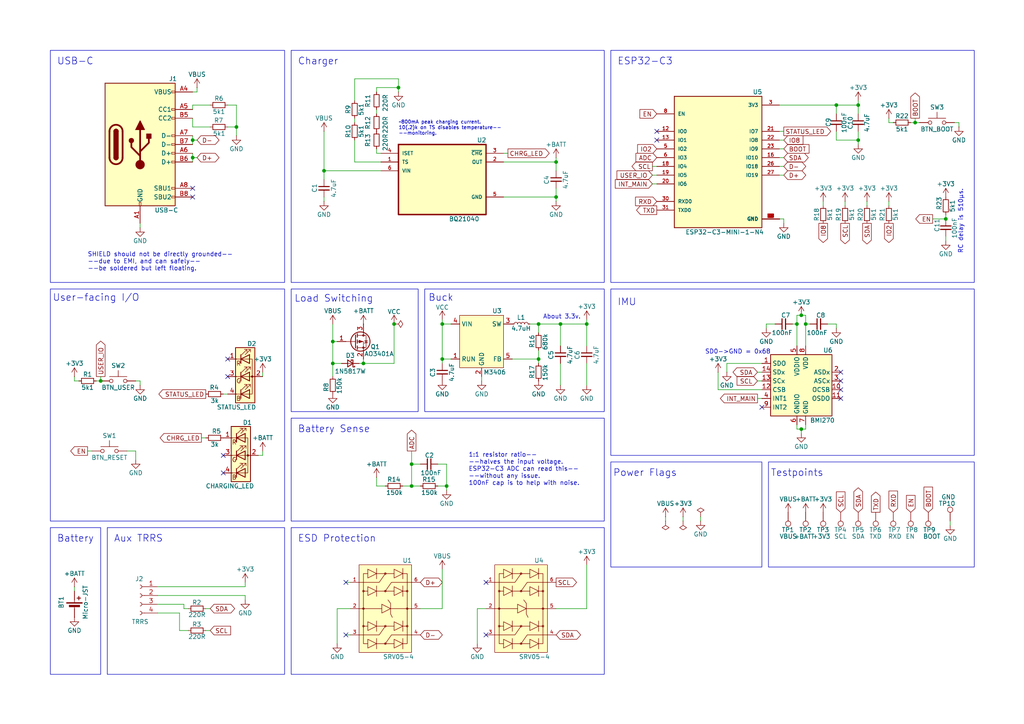
<source format=kicad_sch>
(kicad_sch (version 20231120) (generator "eeschema") (generator_version "8.0")
  (paper "A4")
  (title_block (title "Lilypad") (date "2024-01-23") (rev "V5 R2") (company "Made by Meia of KOUNOLAB for LilypadVR"))
  (junction (at 55.88 40.64))
  (junction (at 29.21 110.49))
  (junction (at 105.41 105.41))
  (junction (at 55.88 45.72))
  (junction (at 115.57 25.4))
  (junction (at 248.92 30.48))
  (junction (at 265.43 35.56))
  (junction (at 93.98 49.53))
  (junction (at 231.14 93.98))
  (junction (at 162.56 93.98))
  (junction (at 114.3 93.98))
  (junction (at 248.92 40.64))
  (junction (at 232.41 124.46))
  (junction (at 119.38 140.97))
  (junction (at 128.27 104.14))
  (junction (at 128.27 93.98))
  (junction (at 170.18 93.98))
  (junction (at 232.41 91.44))
  (junction (at 242.57 30.48))
  (junction (at 161.29 46.99))
  (junction (at 96.52 105.41))
  (junction (at 233.68 93.98))
  (junction (at 129.54 140.97))
  (junction (at 156.21 93.98))
  (junction (at 161.29 57.15))
  (junction (at 156.21 104.14))
  (junction (at 119.38 134.62))
  (junction (at 68.58 36.83))
  (junction (at 274.32 63.5))
  (junction (at 96.52 99.06))
  (no_connect (at 100.33 184.15))
  (no_connect (at 140.97 184.15))
  (no_connect (at 243.84 107.95))
  (no_connect (at 190.5 38.1))
  (no_connect (at 243.84 110.49))
  (no_connect (at 64.77 137.16))
  (no_connect (at 243.84 115.57))
  (no_connect (at 243.84 113.03))
  (no_connect (at 100.33 168.91))
  (no_connect (at 140.97 168.91))
  (no_connect (at 55.88 57.15))
  (no_connect (at 55.88 54.61))
  (no_connect (at 64.77 132.08))
  (no_connect (at 220.98 118.11))
  (no_connect (at 66.04 109.22))
  (no_connect (at 190.5 40.64))
  (no_connect (at 66.04 104.14))
  (wire (pts (xy 128.27 92.71) (xy 128.27 93.98)))
  (wire (pts (xy 275.59 151.13) (xy 275.59 152.4)))
  (wire (pts (xy 161.29 58.42) (xy 161.29 57.15)))
  (wire (pts (xy 231.14 124.46) (xy 232.41 124.46)))
  (wire (pts (xy 129.54 142.24) (xy 129.54 140.97)))
  (wire (pts (xy 242.57 30.48) (xy 248.92 30.48)))
  (wire (pts (xy 232.41 124.46) (xy 233.68 124.46)))
  (wire (pts (xy 232.41 124.46) (xy 232.41 125.73)))
  (wire (pts (xy 231.14 124.46) (xy 231.14 123.19)))
  (wire (pts (xy 119.38 140.97) (xy 116.84 140.97)))
  (wire (pts (xy 238.76 59.69) (xy 238.76 58.42)))
  (wire (pts (xy 71.12 170.18) (xy 71.12 168.91)))
  (wire (pts (xy 40.64 66.04) (xy 40.64 64.77)))
  (wire (pts (xy 115.57 25.4) (xy 115.57 26.67)))
  (wire (pts (xy 226.06 45.72) (xy 227.33 45.72)))
  (wire (pts (xy 71.12 172.72) (xy 71.12 173.99)))
  (wire (pts (xy 66.04 30.48) (xy 68.58 30.48)))
  (wire (pts (xy 55.88 30.48) (xy 55.88 31.75)))
  (wire (pts (xy 55.88 44.45) (xy 55.88 45.72)))
  (wire (pts (xy 274.32 62.23) (xy 274.32 63.5)))
  (wire (pts (xy 276.86 35.56) (xy 278.13 35.56)))
  (wire (pts (xy 248.92 29.21) (xy 248.92 30.48)))
  (wire (pts (xy 128.27 176.53) (xy 121.92 176.53)))
  (wire (pts (xy 245.11 59.69) (xy 245.11 58.42)))
  (wire (pts (xy 231.14 93.98) (xy 231.14 100.33)))
  (wire (pts (xy 109.22 25.4) (xy 115.57 25.4)))
  (wire (pts (xy 55.88 40.64) (xy 57.15 40.64)))
  (wire (pts (xy 39.37 110.49) (xy 40.64 110.49)))
  (wire (pts (xy 156.21 96.52) (xy 156.21 93.98)))
  (wire (pts (xy 220.98 105.41) (xy 210.82 105.41)))
  (wire (pts (xy 146.05 44.45) (xy 147.32 44.45)))
  (wire (pts (xy 233.68 93.98) (xy 234.95 93.98)))
  (wire (pts (xy 36.83 130.81) (xy 39.37 130.81)))
  (wire (pts (xy 226.06 63.5) (xy 227.33 63.5)))
  (wire (pts (xy 64.77 114.3) (xy 66.04 114.3)))
  (wire (pts (xy 115.57 22.86) (xy 115.57 25.4)))
  (wire (pts (xy 96.52 99.06) (xy 96.52 93.98)))
  (wire (pts (xy 226.06 43.18) (xy 227.33 43.18)))
  (wire (pts (xy 39.37 130.81) (xy 39.37 133.35)))
  (wire (pts (xy 278.13 35.56) (xy 278.13 36.83)))
  (wire (pts (xy 59.69 176.53) (xy 60.96 176.53)))
  (wire (pts (xy 59.69 182.88) (xy 60.96 182.88)))
  (wire (pts (xy 129.54 134.62) (xy 129.54 140.97)))
  (wire (pts (xy 109.22 140.97) (xy 111.76 140.97)))
  (wire (pts (xy 109.22 44.45) (xy 109.22 43.18)))
  (wire (pts (xy 139.7 109.22) (xy 139.7 110.49)))
  (wire (pts (xy 114.3 93.98) (xy 114.3 105.41)))
  (wire (pts (xy 52.07 182.88) (xy 54.61 182.88)))
  (wire (pts (xy 233.68 91.44) (xy 233.68 93.98)))
  (wire (pts (xy 233.68 124.46) (xy 233.68 123.19)))
  (wire (pts (xy 224.79 93.98) (xy 222.25 93.98)))
  (wire (pts (xy 52.07 177.8) (xy 52.07 182.88)))
  (wire (pts (xy 231.14 93.98) (xy 231.14 91.44)))
  (wire (pts (xy 226.06 50.8) (xy 227.33 50.8)))
  (wire (pts (xy 93.98 49.53) (xy 110.49 49.53)))
  (wire (pts (xy 161.29 176.53) (xy 170.18 176.53)))
  (wire (pts (xy 208.28 107.95) (xy 208.28 113.03)))
  (wire (pts (xy 156.21 104.14) (xy 156.21 101.6)))
  (wire (pts (xy 189.23 50.8) (xy 190.5 50.8)))
  (wire (pts (xy 109.22 31.75) (xy 109.22 33.02)))
  (wire (pts (xy 231.14 91.44) (xy 232.41 91.44)))
  (wire (pts (xy 248.92 38.1) (xy 248.92 40.64)))
  (wire (pts (xy 189.23 53.34) (xy 190.5 53.34)))
  (wire (pts (xy 242.57 33.02) (xy 242.57 30.48)))
  (wire (pts (xy 148.59 104.14) (xy 156.21 104.14)))
  (wire (pts (xy 233.68 93.98) (xy 233.68 100.33)))
  (wire (pts (xy 248.92 33.02) (xy 248.92 30.48)))
  (wire (pts (xy 138.43 186.69) (xy 138.43 176.53)))
  (wire (pts (xy 104.14 105.41) (xy 105.41 105.41)))
  (wire (pts (xy 57.15 26.67) (xy 55.88 26.67)))
  (wire (pts (xy 102.87 34.29) (xy 102.87 35.56)))
  (wire (pts (xy 146.05 57.15) (xy 161.29 57.15)))
  (wire (pts (xy 128.27 165.1) (xy 128.27 176.53)))
  (wire (pts (xy 242.57 40.64) (xy 248.92 40.64)))
  (wire (pts (xy 219.71 110.49) (xy 220.98 110.49)))
  (wire (pts (xy 270.51 63.5) (xy 274.32 63.5)))
  (wire (pts (xy 189.23 48.26) (xy 190.5 48.26)))
  (wire (pts (xy 102.87 46.99) (xy 102.87 40.64)))
  (wire (pts (xy 96.52 105.41) (xy 99.06 105.41)))
  (wire (pts (xy 110.49 44.45) (xy 109.22 44.45)))
  (wire (pts (xy 226.06 30.48) (xy 242.57 30.48)))
  (wire (pts (xy 193.04 149.86) (xy 193.04 151.13)))
  (wire (pts (xy 128.27 93.98) (xy 130.81 93.98)))
  (wire (pts (xy 219.71 115.57) (xy 220.98 115.57)))
  (wire (pts (xy 40.64 110.49) (xy 40.64 111.76)))
  (wire (pts (xy 161.29 45.72) (xy 161.29 46.99)))
  (wire (pts (xy 27.94 110.49) (xy 29.21 110.49)))
  (wire (pts (xy 162.56 93.98) (xy 162.56 100.33)))
  (wire (pts (xy 105.41 105.41) (xy 114.3 105.41)))
  (wire (pts (xy 266.7 35.56) (xy 265.43 35.56)))
  (wire (pts (xy 55.88 40.64) (xy 55.88 39.37)))
  (wire (pts (xy 45.72 177.8) (xy 52.07 177.8)))
  (wire (pts (xy 55.88 36.83) (xy 55.88 34.29)))
  (wire (pts (xy 58.42 127) (xy 59.69 127)))
  (wire (pts (xy 76.2 130.81) (xy 76.2 132.08)))
  (wire (pts (xy 170.18 93.98) (xy 170.18 100.33)))
  (wire (pts (xy 68.58 36.83) (xy 66.04 36.83)))
  (wire (pts (xy 162.56 93.98) (xy 170.18 93.98)))
  (wire (pts (xy 265.43 34.29) (xy 265.43 35.56)))
  (wire (pts (xy 68.58 30.48) (xy 68.58 36.83)))
  (wire (pts (xy 93.98 49.53) (xy 93.98 52.07)))
  (wire (pts (xy 93.98 38.1) (xy 93.98 49.53)))
  (wire (pts (xy 55.88 30.48) (xy 60.96 30.48)))
  (wire (pts (xy 100.33 168.91) (xy 101.6 168.91)))
  (wire (pts (xy 119.38 134.62) (xy 119.38 140.97)))
  (wire (pts (xy 45.72 170.18) (xy 71.12 170.18)))
  (wire (pts (xy 251.46 59.69) (xy 251.46 58.42)))
  (wire (pts (xy 25.4 130.81) (xy 26.67 130.81)))
  (wire (pts (xy 96.52 99.06) (xy 96.52 105.41)))
  (wire (pts (xy 21.59 109.22) (xy 21.59 110.49)))
  (wire (pts (xy 110.49 46.99) (xy 102.87 46.99)))
  (wire (pts (xy 128.27 104.14) (xy 130.81 104.14)))
  (wire (pts (xy 68.58 39.37) (xy 68.58 36.83)))
  (wire (pts (xy 97.79 186.69) (xy 97.79 176.53)))
  (wire (pts (xy 109.22 25.4) (xy 109.22 26.67)))
  (wire (pts (xy 60.96 36.83) (xy 55.88 36.83)))
  (wire (pts (xy 109.22 138.43) (xy 109.22 140.97)))
  (wire (pts (xy 226.06 40.64) (xy 227.33 40.64)))
  (wire (pts (xy 257.81 35.56) (xy 259.08 35.56)))
  (wire (pts (xy 74.93 132.08) (xy 76.2 132.08)))
  (wire (pts (xy 21.59 170.18) (xy 21.59 171.45)))
  (wire (pts (xy 170.18 163.83) (xy 170.18 176.53)))
  (wire (pts (xy 156.21 104.14) (xy 156.21 105.41)))
  (wire (pts (xy 161.29 46.99) (xy 161.29 49.53)))
  (wire (pts (xy 198.12 149.86) (xy 198.12 151.13)))
  (wire (pts (xy 93.98 57.15) (xy 93.98 58.42)))
  (wire (pts (xy 53.34 175.26) (xy 53.34 176.53)))
  (wire (pts (xy 170.18 92.71) (xy 170.18 93.98)))
  (wire (pts (xy 55.88 41.91) (xy 55.88 40.64)))
  (wire (pts (xy 146.05 46.99) (xy 161.29 46.99)))
  (wire (pts (xy 232.41 91.44) (xy 233.68 91.44)))
  (wire (pts (xy 105.41 105.41) (xy 105.41 104.14)))
  (wire (pts (xy 203.2 149.86) (xy 203.2 151.13)))
  (wire (pts (xy 220.98 113.03) (xy 208.28 113.03)))
  (wire (pts (xy 264.16 35.56) (xy 265.43 35.56)))
  (wire (pts (xy 102.87 22.86) (xy 115.57 22.86)))
  (wire (pts (xy 153.67 93.98) (xy 156.21 93.98)))
  (wire (pts (xy 222.25 93.98) (xy 222.25 95.25)))
  (wire (pts (xy 53.34 176.53) (xy 54.61 176.53)))
  (wire (pts (xy 100.33 184.15) (xy 101.6 184.15)))
  (wire (pts (xy 21.59 110.49) (xy 22.86 110.49)))
  (wire (pts (xy 226.06 48.26) (xy 227.33 48.26)))
  (wire (pts (xy 57.15 25.4) (xy 57.15 26.67)))
  (wire (pts (xy 240.03 93.98) (xy 242.57 93.98)))
  (wire (pts (xy 229.87 93.98) (xy 231.14 93.98)))
  (wire (pts (xy 102.87 22.86) (xy 102.87 29.21)))
  (wire (pts (xy 127 134.62) (xy 129.54 134.62)))
  (wire (pts (xy 248.92 40.64) (xy 248.92 41.91)))
  (wire (pts (xy 119.38 140.97) (xy 121.92 140.97)))
  (wire (pts (xy 128.27 93.98) (xy 128.27 104.14)))
  (wire (pts (xy 45.72 172.72) (xy 71.12 172.72)))
  (wire (pts (xy 45.72 175.26) (xy 53.34 175.26)))
  (wire (pts (xy 97.79 176.53) (xy 101.6 176.53)))
  (wire (pts (xy 76.2 107.95) (xy 76.2 109.22)))
  (wire (pts (xy 257.81 34.29) (xy 257.81 35.56)))
  (wire (pts (xy 128.27 105.41) (xy 128.27 104.14)))
  (wire (pts (xy 219.71 107.95) (xy 220.98 107.95)))
  (wire (pts (xy 257.81 59.69) (xy 257.81 58.42)))
  (wire (pts (xy 55.88 45.72) (xy 55.88 46.99)))
  (wire (pts (xy 170.18 105.41) (xy 170.18 111.76)))
  (wire (pts (xy 119.38 130.81) (xy 119.38 134.62)))
  (wire (pts (xy 156.21 93.98) (xy 162.56 93.98)))
  (wire (pts (xy 242.57 40.64) (xy 242.57 38.1)))
  (wire (pts (xy 242.57 93.98) (xy 242.57 95.25)))
  (wire (pts (xy 162.56 105.41) (xy 162.56 111.76)))
  (wire (pts (xy 274.32 68.58) (xy 274.32 69.85)))
  (wire (pts (xy 138.43 176.53) (xy 140.97 176.53)))
  (wire (pts (xy 97.79 99.06) (xy 96.52 99.06)))
  (wire (pts (xy 29.21 109.22) (xy 29.21 110.49)))
  (wire (pts (xy 119.38 134.62) (xy 121.92 134.62)))
  (wire (pts (xy 127 140.97) (xy 129.54 140.97)))
  (wire (pts (xy 161.29 57.15) (xy 161.29 54.61)))
  (wire (pts (xy 226.06 38.1) (xy 227.33 38.1)))
  (wire (pts (xy 227.33 63.5) (xy 227.33 64.77)))
  (wire (pts (xy 55.88 45.72) (xy 57.15 45.72)))
  (wire (pts (xy 96.52 105.41) (xy 96.52 109.22)))
  (wire (pts (xy 210.82 105.41) (xy 210.82 107.95)))
  (rectangle (start 84.455 14.605) (end 175.26 81.915))
  (rectangle (start 14.605 14.605) (end 82.55 81.915))
  (rectangle (start 84.455 83.82) (end 121.285 119.38))
  (rectangle (start 177.165 83.82) (end 282.575 132.08))
  (rectangle (start 84.455 121.285) (end 175.26 151.13))
  (rectangle (start 123.19 83.82) (end 175.26 119.38))
  (rectangle (start 177.165 133.985) (end 220.98 164.465))
  (rectangle (start 14.605 153.035) (end 29.21 195.58))
  (rectangle (start 84.455 153.035) (end 175.26 195.58))
  (rectangle (start 177.165 14.605) (end 282.575 81.915))
  (rectangle (start 14.605 83.82) (end 82.55 151.13))
  (rectangle (start 222.885 133.985) (end 282.575 164.465))
  (rectangle (start 31.115 153.035) (end 82.55 195.58))
  (text "USB-C" (at 16.51 19.05 0) (effects (font (size 2 2)) (justify left bottom)))
  (text "User-facing I/O" (at 15.24 87.63 0) (effects (font (size 2 2)) (justify left bottom)))
  (text "Testpoints\n" (at 223.52 138.43 0) (effects (font (size 2 2)) (justify left bottom)))
  (text "RC delay is 510µs." (at 279.4 73.66 90) (effects (font (size 1.27 1.27)) (justify left bottom)))
  (text "1:1 resistor ratio--\n--halves the input voltage.\nESP32-C3 ADC can read this--\n--without any issue.\n100nF cap is to help with noise." (at 135.89 140.97 0) (effects (font (size 1.27 1.27)) (justify left bottom)))
  (text "Battery Sense" (at 86.36 125.73 0) (effects (font (size 2 2)) (justify left bottom)))
  (text "About 3.3v." (at 157.48 92.71 0) (effects (font (size 1.27 1.27)) (justify left bottom)))
  (text "Power Flags" (at 177.8 138.43 0) (effects (font (size 2 2)) (justify left bottom)))
  (text "ESD Protection" (at 86.36 157.48 0) (effects (font (size 2 2)) (justify left bottom)))
  (text "Load Switching" (at 85.344 87.884 0) (effects (font (size 2 2)) (justify left bottom)))
  (text "~800mA peak charging current.\n10(.2)k on TS disables temperature--\n--monitoring." (at 115.57 39.37 0) (effects (font (size 1 1)) (justify left bottom)))
  (text "SD0->GND = 0x68" (at 204.47 102.87 0) (effects (font (size 1.27 1.27)) (justify left bottom)))
  (text "SHIELD should not be directly grounded--\n--due to EMI, and can safely--\n--be soldered but left floating." (at 25.4 78.74 0) (effects (font (size 1.27 1.27)) (justify left bottom)))
  (text "Battery" (at 16.51 157.48 0) (effects (font (size 2 2)) (justify left bottom)))
  (text "ESP32-C3" (at 179.07 19.05 0) (effects (font (size 2 2)) (justify left bottom)))
  (text "Charger" (at 86.36 19.05 0) (effects (font (size 2 2)) (justify left bottom)))
  (text "Aux TRRS" (at 33.02 157.48 0) (effects (font (size 2 2)) (justify left bottom)))
  (text "IMU" (at 179.07 88.9 0) (effects (font (size 2 2)) (justify left bottom)))
  (text "Buck" (at 124.206 87.63 0) (effects (font (size 2 2)) (justify left bottom)))
  (global_label "SDA" (shape output) (at 251.46 64.77 270) (property "Intersheetrefs" "${INTERSHEET_REFS}" (effects (hide yes))))
  (global_label "INT_MAIN" (shape output) (at 219.71 115.57 180) (property "Intersheetrefs" "${INTERSHEET_REFS}" (effects (hide yes))))
  (global_label "D+" (shape bidirectional) (at 227.33 50.8 0) (property "Intersheetrefs" "${INTERSHEET_REFS}" (effects (hide yes))))
  (global_label "RXD" (shape input) (at 190.5 58.42 180) (property "Intersheetrefs" "${INTERSHEET_REFS}" (effects (hide yes))))
  (global_label "SDA" (shape bidirectional) (at 60.96 176.53 0) (property "Intersheetrefs" "${INTERSHEET_REFS}" (effects (hide yes))))
  (global_label "USER_IO" (shape input) (at 189.23 50.8 180) (property "Intersheetrefs" "${INTERSHEET_REFS}" (effects (hide yes))))
  (global_label "SDA" (shape bidirectional) (at 227.33 45.72 0) (property "Intersheetrefs" "${INTERSHEET_REFS}" (effects (hide yes))))
  (global_label "ADC" (shape output) (at 119.38 130.81 90) (property "Intersheetrefs" "${INTERSHEET_REFS}" (effects (hide yes))))
  (global_label "CHRG_LED" (shape output) (at 58.42 127 180) (property "Intersheetrefs" "${INTERSHEET_REFS}" (effects (hide yes))))
  (global_label "EN" (shape output) (at 270.51 63.5 180) (property "Intersheetrefs" "${INTERSHEET_REFS}" (effects (hide yes))))
  (global_label "SDA" (shape bidirectional) (at 248.92 148.59 90) (property "Intersheetrefs" "${INTERSHEET_REFS}" (effects (hide yes))))
  (global_label "EN" (shape input) (at 264.16 148.59 90) (property "Intersheetrefs" "${INTERSHEET_REFS}" (effects (hide yes))))
  (global_label "IO8" (shape input) (at 227.33 40.64 0) (property "Intersheetrefs" "${INTERSHEET_REFS}" (effects (hide yes))))
  (global_label "BOOT" (shape input) (at 269.24 148.59 90) (property "Intersheetrefs" "${INTERSHEET_REFS}" (effects (hide yes))))
  (global_label "EN" (shape input) (at 190.5 33.02 180) (property "Intersheetrefs" "${INTERSHEET_REFS}" (effects (hide yes))))
  (global_label "TXD" (shape output) (at 254 148.59 90) (property "Intersheetrefs" "${INTERSHEET_REFS}" (effects (hide yes))))
  (global_label "SCL" (shape input) (at 243.84 148.59 90) (property "Intersheetrefs" "${INTERSHEET_REFS}" (effects (hide yes))))
  (global_label "D-" (shape bidirectional) (at 57.15 40.64 0) (property "Intersheetrefs" "${INTERSHEET_REFS}" (effects (hide yes))))
  (global_label "TXD" (shape output) (at 190.5 60.96 180) (property "Intersheetrefs" "${INTERSHEET_REFS}" (effects (hide yes))))
  (global_label "STATUS_LED" (shape output) (at 59.69 114.3 180) (property "Intersheetrefs" "${INTERSHEET_REFS}" (effects (hide yes))))
  (global_label "BOOT" (shape input) (at 227.33 43.18 0) (property "Intersheetrefs" "${INTERSHEET_REFS}" (effects (hide yes))))
  (global_label "CHRG_LED" (shape output) (at 147.32 44.45 0) (property "Intersheetrefs" "${INTERSHEET_REFS}" (effects (hide yes))))
  (global_label "SCL" (shape output) (at 245.11 64.77 270) (property "Intersheetrefs" "${INTERSHEET_REFS}" (effects (hide yes))))
  (global_label "D+" (shape bidirectional) (at 57.15 45.72 0) (property "Intersheetrefs" "${INTERSHEET_REFS}" (effects (hide yes))))
  (global_label "D-" (shape bidirectional) (at 121.92 184.15 0) (property "Intersheetrefs" "${INTERSHEET_REFS}" (effects (hide yes))))
  (global_label "EN" (shape output) (at 25.4 130.81 180) (property "Intersheetrefs" "${INTERSHEET_REFS}" (effects (hide yes))))
  (global_label "SCL" (shape output) (at 161.29 168.91 0) (property "Intersheetrefs" "${INTERSHEET_REFS}" (effects (hide yes))))
  (global_label "INT_MAIN" (shape input) (at 189.23 53.34 180) (property "Intersheetrefs" "${INTERSHEET_REFS}" (effects (hide yes))))
  (global_label "SDA" (shape bidirectional) (at 161.29 184.15 0) (property "Intersheetrefs" "${INTERSHEET_REFS}" (effects (hide yes))))
  (global_label "IO8" (shape output) (at 238.76 64.77 270) (property "Intersheetrefs" "${INTERSHEET_REFS}" (effects (hide yes))))
  (global_label "ADC" (shape input) (at 190.5 45.72 180) (property "Intersheetrefs" "${INTERSHEET_REFS}" (effects (hide yes))))
  (global_label "IO2" (shape output) (at 257.81 64.77 270) (property "Intersheetrefs" "${INTERSHEET_REFS}" (effects (hide yes))))
  (global_label "SDA" (shape bidirectional) (at 219.71 107.95 180) (property "Intersheetrefs" "${INTERSHEET_REFS}" (effects (hide yes))))
  (global_label "SCL" (shape input) (at 60.96 182.88 0) (property "Intersheetrefs" "${INTERSHEET_REFS}" (effects (hide yes))))
  (global_label "D-" (shape bidirectional) (at 227.33 48.26 0) (property "Intersheetrefs" "${INTERSHEET_REFS}" (effects (hide yes))))
  (global_label "STATUS_LED" (shape output) (at 227.33 38.1 0) (property "Intersheetrefs" "${INTERSHEET_REFS}" (effects (hide yes))))
  (global_label "SCL" (shape output) (at 189.23 48.26 180) (property "Intersheetrefs" "${INTERSHEET_REFS}" (effects (hide yes))))
  (global_label "IO2" (shape input) (at 190.5 43.18 180) (property "Intersheetrefs" "${INTERSHEET_REFS}" (effects (hide yes))))
  (global_label "USER_IO" (shape output) (at 29.21 109.22 90) (property "Intersheetrefs" "${INTERSHEET_REFS}" (effects (hide yes))))
  (global_label "D+" (shape bidirectional) (at 121.92 168.91 0) (property "Intersheetrefs" "${INTERSHEET_REFS}" (effects (hide yes))))
  (global_label "SCL" (shape input) (at 219.71 110.49 180) (property "Intersheetrefs" "${INTERSHEET_REFS}" (effects (hide yes))))
  (global_label "RXD" (shape input) (at 259.08 148.59 90) (property "Intersheetrefs" "${INTERSHEET_REFS}" (effects (hide yes))))
  (global_label "BOOT" (shape output) (at 265.43 34.29 90) (property "Intersheetrefs" "${INTERSHEET_REFS}" (effects (hide yes))))
  (symbol (lib_id "Lilypad Symbols:R_Small") (at 62.23 114.3 270) (unit 1)
    (property "Reference" "R4" (at 63.5 112.395 90) (effects (justify right)))
    (property "Value" "3k" (at 63.5 116.205 90) (effects (justify right)))
    (property "Footprint" "Lilypad Footprints:R_0603_1608Metric" (effects (hide yes)))
    (property "EXTENDED?" "FALSE" (effects (hide yes)))
    (property "MPN" "C4211" (effects (hide yes)))
  )
  (symbol (lib_id "Connector:TestPoint") (at 269.24 148.59 180) (unit 1)
    (property "Reference" "TP9" (at 267.716 153.67 0) (effects (justify right)))
    (property "Value" "BOOT" (at 267.716 155.575 0) (effects (justify right)))
    (property "Footprint" "Lilypad Footprints:TestPoint_Pad_D1.5mm" (effects (hide yes)))
    (property "EXTENDED?" "N/A" (effects (hide yes)))
    (property "MPN" "N/A" (effects (hide yes)))
  )
  (symbol (lib_id "Connector:Conn_01x04_Socket") (at 40.64 172.72 0) (mirror y) (unit 1)
    (property "Reference" "J2" (at 40.386 167.894 0))
    (property "Value" "TRRS" (at 40.64 180.34 0))
    (property "Footprint" "Lilypad Footprints:AUDIO-SMD_PJ-342C" (effects (hide yes)))
    (property "Description" "Generic connector, single row, 01x04, script generated" (effects (hide yes)))
    (property "EXTENDED?" "TRUE" (effects (hide yes)))
    (property "MPN" "C2837091" (effects (hide yes)))
  )
  (symbol (lib_id "Lilypad Symbols:R_Small") (at 96.52 111.76 0) (unit 1)
    (property "Reference" "R8" (at 94.615 113.665 90) (effects (justify left)))
    (property "Value" "150k" (at 98.425 114.3 90) (effects (justify left)))
    (property "Footprint" "Lilypad Footprints:R_0603_1608Metric" (effects (hide yes)))
    (property "EXTENDED?" "FALSE" (effects (hide yes)))
    (property "MPN" "C22807" (effects (hide yes)))
  )
  (symbol (lib_id "Lilypad Symbols:R_Small") (at 63.5 30.48 270) (unit 1)
    (property "Reference" "R6" (at 63.5 28.575 90))
    (property "Value" "5k1" (at 63.5 32.385 90))
    (property "Footprint" "Lilypad Footprints:R_0603_1608Metric" (effects (hide yes)))
    (property "EXTENDED?" "FALSE" (effects (hide yes)))
    (property "MPN" "C23186" (effects (hide yes)))
  )
  (symbol (lib_id "Lilypad Symbols:R_Small") (at 156.21 107.95 0) (unit 1)
    (property "Reference" "R17" (at 154.305 109.855 90) (effects (justify left)))
    (property "Value" "150k" (at 158.115 110.49 90) (effects (justify left)))
    (property "Footprint" "Lilypad Footprints:R_0603_1608Metric" (effects (hide yes)))
    (property "EXTENDED?" "FALSE" (effects (hide yes)))
    (property "MPN" "C22807" (effects (hide yes)))
  )
  (symbol (lib_id "Connector:TestPoint") (at 228.6 148.59 180) (unit 1)
    (property "Reference" "TP1" (at 226.695 153.67 0) (effects (justify right)))
    (property "Value" "VBUS" (at 226.06 155.575 0) (effects (justify right)))
    (property "Footprint" "Lilypad Footprints:TestPoint_Pad_D1.5mm" (effects (hide yes)))
    (property "EXTENDED?" "N/A" (effects (hide yes)))
    (property "MPN" "N/A" (effects (hide yes)))
  )
  (symbol (lib_name "+3V3_1") (lib_id "power:+3V3") (at 238.76 58.42 0) (unit 1)
    (property "Reference" "#PWR046" (effects (hide yes)))
    (property "Value" "+3V3" (at 238.76 54.61 0))
    (property "Description" "Power symbol creates a global label with name \"+3V3\"" (effects (hide yes)))
  )
  (symbol (lib_name "VBUS_2") (lib_id "power:VBUS") (at 57.15 25.4 0) (unit 1)
    (property "Reference" "#PWR07" (effects (hide yes)))
    (property "Value" "VBUS" (at 57.15 21.59 0))
    (property "Description" "Power symbol creates a global label with name \"VBUS\"" (effects (hide yes)))
  )
  (symbol (lib_name "GND_1") (lib_id "power:GND") (at 138.43 186.69 0) (unit 1)
    (property "Reference" "#PWR026" (effects (hide yes)))
    (property "Value" "GND" (at 138.43 190.5 0))
    (property "Description" "Power symbol creates a global label with name \"GND\" , ground" (effects (hide yes)))
  )
  (symbol (lib_id "Lilypad Symbols:R_Small") (at 238.76 62.23 180) (unit 1)
    (property "Reference" "R18" (at 236.855 62.23 90))
    (property "Value" "5k1" (at 240.665 62.23 90))
    (property "Footprint" "Lilypad Footprints:R_0603_1608Metric" (effects (hide yes)))
    (property "EXTENDED?" "FALSE" (effects (hide yes)))
    (property "MPN" "C23186" (effects (hide yes)))
  )
  (symbol (lib_id "Lilypad Symbols:C_Small") (at 93.98 54.61 0) (unit 1)
    (property "Reference" "C1" (at 91.2374 55.9025 90) (effects (justify left)))
    (property "Value" "4.7uF" (at 96.8009 57.3636 90) (effects (justify left)))
    (property "Footprint" "Lilypad Footprints:C_0603_1608Metric" (effects (hide yes)))
    (property "MPN" "C19666" (effects (hide yes)))
    (property "EXTENDED?" "FALSE" (effects (hide yes)))
  )
  (symbol (lib_name "GND_2") (lib_id "power:GND") (at 203.2 151.13 0) (unit 1)
    (property "Reference" "#PWR037" (effects (hide yes)))
    (property "Value" "GND" (at 203.2 154.94 0))
    (property "Description" "Power symbol creates a global label with name \"GND\" , ground" (effects (hide yes)))
  )
  (symbol (lib_name "GND_2") (lib_id "power:GND") (at 170.18 111.76 0) (unit 1)
    (property "Reference" "#PWR033" (effects (hide yes)))
    (property "Value" "GND" (at 170.18 115.57 0))
    (property "Description" "Power symbol creates a global label with name \"GND\" , ground" (effects (hide yes)))
  )
  (symbol (lib_name "+3V3_1") (lib_id "power:+3V3") (at 208.28 107.95 0) (unit 1)
    (property "Reference" "#PWR038" (effects (hide yes)))
    (property "Value" "+3V3" (at 208.28 104.14 0))
    (property "Description" "Power symbol creates a global label with name \"+3V3\"" (effects (hide yes)))
  )
  (symbol (lib_name "GND_2") (lib_id "power:GND") (at 97.79 186.69 0) (unit 1)
    (property "Reference" "#PWR017" (effects (hide yes)))
    (property "Value" "GND" (at 97.79 190.5 0))
    (property "Description" "Power symbol creates a global label with name \"GND\" , ground" (effects (hide yes)))
  )
  (symbol (lib_id "Lilypad Symbols:LED_RAGB") (at 71.12 109.22 0) (unit 1)
    (property "Reference" "D2" (at 73.025 99.695 0))
    (property "Value" "STATUS_LED" (at 68.58 118.11 0))
    (property "Footprint" "Lilypad Footprints:LED-SMD_FM-3510RGBA-SG" (effects (hide yes)))
    (property "EXTENDED?" "TRUE" (effects (hide yes)))
    (property "MPN" "C727903" (effects (hide yes)))
  )
  (symbol (lib_name "GND_2") (lib_id "power:GND") (at 93.98 58.42 0) (unit 1)
    (property "Reference" "#PWR014" (effects (hide yes)))
    (property "Value" "GND" (at 93.98 62.23 0))
    (property "Description" "Power symbol creates a global label with name \"GND\" , ground" (effects (hide yes)))
  )
  (symbol (lib_id "Lilypad Symbols:C_Small") (at 227.33 93.98 90) (unit 1)
    (property "Reference" "C7" (at 229.235 91.44 90) (effects (justify left)))
    (property "Value" "100nF" (at 229.87 96.52 90) (effects (justify left)))
    (property "Footprint" "Lilypad Footprints:C_0603_1608Metric" (effects (hide yes)))
    (property "EXTENDED?" "FALSE" (effects (hide yes)))
    (property "MPN" "C14663" (effects (hide yes)))
  )
  (symbol (lib_name "VBUS_2") (lib_id "power:VBUS") (at 93.98 38.1 0) (unit 1)
    (property "Reference" "#PWR013" (effects (hide yes)))
    (property "Value" "VBUS" (at 93.98 34.29 0))
    (property "Description" "Power symbol creates a global label with name \"VBUS\"" (effects (hide yes)))
  )
  (symbol (lib_id "Lilypad Symbols:R_Small") (at 114.3 140.97 90) (mirror x) (unit 1)
    (property "Reference" "R14" (at 116.205 139.065 90) (effects (justify left)))
    (property "Value" "150k" (at 116.84 142.875 90) (effects (justify left)))
    (property "Footprint" "Lilypad Footprints:R_0603_1608Metric" (effects (hide yes)))
    (property "EXTENDED?" "FALSE" (effects (hide yes)))
    (property "MPN" "C22807" (effects (hide yes)))
  )
  (symbol (lib_id "Lilypad Symbols:R_Small") (at 109.22 29.21 180) (unit 1)
    (property "Reference" "R11" (at 106.68 27.305 90) (effects (justify left)))
    (property "Value" "220R" (at 111.76 27.305 90) (effects (justify left)))
    (property "Footprint" "Lilypad Footprints:R_0603_1608Metric" (effects (hide yes)))
    (property "EXTENDED?" "FALSE" (effects (hide yes)))
    (property "MPN" "C22962" (effects (hide yes)))
  )
  (symbol (lib_name "+3V3_1") (lib_id "power:+3V3") (at 257.81 34.29 0) (unit 1)
    (property "Reference" "#PWR053" (effects (hide yes)))
    (property "Value" "+3V3" (at 257.81 30.48 0))
    (property "Description" "Power symbol creates a global label with name \"+3V3\"" (effects (hide yes)))
  )
  (symbol (lib_id "Lilypad Symbols:SRV05-4_C558418") (at 151.13 176.53 270) (unit 1)
    (property "Reference" "U4" (at 154.94 162.56 90) (effects (justify left)))
    (property "Value" "SRV05-4" (at 150.495 190.5 90) (effects (justify left)))
    (property "Footprint" "Lilypad Footprints:SOT-23-6" (effects (hide yes)))
    (property "Datasheet" "https://item.szlcsc.com/169042.html" (effects (hide yes)))
    (property "EXTENDED?" "FALSE" (effects (hide yes)))
    (property "MPN" "C7420376" (effects (hide yes)))
  )
  (symbol (lib_name "+3V3_1") (lib_id "power:+3V3") (at 232.41 91.44 0) (unit 1)
    (property "Reference" "#PWR043" (effects (hide yes)))
    (property "Value" "+3V3" (at 232.41 87.63 0))
    (property "Description" "Power symbol creates a global label with name \"+3V3\"" (effects (hide yes)))
  )
  (symbol (lib_name "PWR_FLAG_1") (lib_id "power:PWR_FLAG") (at 203.2 149.86 0) (unit 1)
    (property "Reference" "#FLG04" (effects (hide yes)))
    (property "Value" "PWR_FLAG" (effects (hide yes)))
    (property "Description" "Special symbol for telling ERC where power comes from" (effects (hide yes)))
  )
  (symbol (lib_id "Lilypad Symbols:R_Small") (at 109.22 35.56 180) (unit 1)
    (property "Reference" "R12" (at 106.68 33.655 90) (effects (justify left)))
    (property "Value" "220R" (at 111.76 33.655 90) (effects (justify left)))
    (property "Footprint" "Lilypad Footprints:R_0603_1608Metric" (effects (hide yes)))
    (property "EXTENDED?" "FALSE" (effects (hide yes)))
    (property "MPN" "C22962" (effects (hide yes)))
  )
  (symbol (lib_id "Lilypad Symbols:C_Small") (at 162.56 102.87 0) (unit 1)
    (property "Reference" "C5" (at 159.8063 104.3311 90) (effects (justify left)))
    (property "Value" "4.7uF" (at 165.3136 105.6798 90) (effects (justify left)))
    (property "Footprint" "Lilypad Footprints:C_0603_1608Metric" (effects (hide yes)))
    (property "MPN" "C19666" (effects (hide yes)))
    (property "EXTENDED?" "FALSE" (effects (hide yes)))
  )
  (symbol (lib_id "Lilypad Symbols:R_Small") (at 109.22 40.64 180) (unit 1)
    (property "Reference" "R13" (at 106.68 38.735 90) (effects (justify left)))
    (property "Value" "220R" (at 111.76 38.735 90) (effects (justify left)))
    (property "Footprint" "Lilypad Footprints:R_0603_1608Metric" (effects (hide yes)))
    (property "EXTENDED?" "FALSE" (effects (hide yes)))
    (property "MPN" "C22962" (effects (hide yes)))
  )
  (symbol (lib_name "+3V3_1") (lib_id "power:+3V3") (at 238.76 148.59 0) (unit 1)
    (property "Reference" "#PWR047" (effects (hide yes)))
    (property "Value" "+3V3" (at 238.76 144.78 0))
    (property "Description" "Power symbol creates a global label with name \"+3V3\"" (effects (hide yes)))
  )
  (symbol (lib_name "GND_2") (lib_id "power:GND") (at 96.52 114.3 0) (unit 1)
    (property "Reference" "#PWR016" (effects (hide yes)))
    (property "Value" "GND" (at 96.52 118.11 0))
    (property "Description" "Power symbol creates a global label with name \"GND\" , ground" (effects (hide yes)))
  )
  (symbol (lib_id "Lilypad Symbols:M3406") (at 139.7 99.06 0) (unit 1)
    (property "Reference" "U3" (at 144.145 90.17 0))
    (property "Value" "M3406" (at 143.51 107.95 0))
    (property "Footprint" "Lilypad Footprints:SOT-23-5" (effects (hide yes)))
    (property "Datasheet" "https://datasheet.lcsc.com/lcsc/1811151539_XI-AN-Aerosemi-Tech-M3406-ADJ_C83224.pdf" (effects (hide yes)))
    (property "EXTENDED?" "TRUE" (effects (hide yes)))
    (property "MPN" "C83224" (effects (hide yes)))
  )
  (symbol (lib_name "GND_2") (lib_id "power:GND") (at 242.57 95.25 0) (unit 1)
    (property "Reference" "#PWR048" (effects (hide yes)))
    (property "Value" "GND" (at 242.57 99.06 0))
    (property "Description" "Power symbol creates a global label with name \"GND\" , ground" (effects (hide yes)))
  )
  (symbol (lib_name "GND_2") (lib_id "power:GND") (at 156.21 110.49 0) (unit 1)
    (property "Reference" "#PWR028" (effects (hide yes)))
    (property "Value" "GND" (at 156.21 114.3 0))
    (property "Description" "Power symbol creates a global label with name \"GND\" , ground" (effects (hide yes)))
  )
  (symbol (lib_name "+3V3_1") (lib_id "power:+3V3") (at 198.12 149.86 0) (unit 1)
    (property "Reference" "#PWR036" (effects (hide yes)))
    (property "Value" "+3V3" (at 198.12 146.05 0))
    (property "Description" "Power symbol creates a global label with name \"+3V3\"" (effects (hide yes)))
  )
  (symbol (lib_name "+3V3_1") (lib_id "power:+3V3") (at 245.11 58.42 0) (unit 1)
    (property "Reference" "#PWR049" (effects (hide yes)))
    (property "Value" "+3V3" (at 245.11 54.61 0))
    (property "Description" "Power symbol creates a global label with name \"+3V3\"" (effects (hide yes)))
  )
  (symbol (lib_name "VBUS_2") (lib_id "power:VBUS") (at 96.52 93.98 0) (unit 1)
    (property "Reference" "#PWR015" (effects (hide yes)))
    (property "Value" "VBUS" (at 96.52 90.17 0))
    (property "Description" "Power symbol creates a global label with name \"VBUS\"" (effects (hide yes)))
  )
  (symbol (lib_id "Lilypad Symbols:R_Small") (at 156.21 99.06 0) (unit 1)
    (property "Reference" "R16" (at 154.305 100.965 90) (effects (justify left)))
    (property "Value" "680k" (at 158.115 101.6 90) (effects (justify left)))
    (property "Footprint" "Lilypad Footprints:R_0603_1608Metric" (effects (hide yes)))
    (property "EXTENDED?" "FALSE" (effects (hide yes)))
    (property "MPN" "C25822" (effects (hide yes)))
  )
  (symbol (lib_name "VBUS_1") (lib_id "power:VBUS") (at 128.27 165.1 0) (unit 1)
    (property "Reference" "#PWR024" (effects (hide yes)))
    (property "Value" "VBUS" (at 128.27 161.29 0))
    (property "Description" "Power symbol creates a global label with name \"VBUS\"" (effects (hide yes)))
  )
  (symbol (lib_name "GND_2") (lib_id "power:GND") (at 128.27 110.49 0) (unit 1)
    (property "Reference" "#PWR023" (effects (hide yes)))
    (property "Value" "GND" (at 128.27 114.3 0))
    (property "Description" "Power symbol creates a global label with name \"GND\" , ground" (effects (hide yes)))
  )
  (symbol (lib_name "+BATT_1") (lib_id "power:+BATT") (at 21.59 170.18 0) (mirror y) (unit 1)
    (property "Reference" "#PWR02" (effects (hide yes)))
    (property "Value" "+BATT" (at 21.59 166.37 0))
    (property "Description" "Power symbol creates a global label with name \"+BATT\"" (effects (hide yes)))
  )
  (symbol (lib_id "Lilypad Symbols:C_Small") (at 124.46 134.62 270) (mirror x) (unit 1)
    (property "Reference" "C2" (at 123.19 132.08 90) (effects (justify left)))
    (property "Value" "100nF" (at 121.92 137.16 90) (effects (justify left)))
    (property "Footprint" "Lilypad Footprints:C_0603_1608Metric" (effects (hide yes)))
    (property "EXTENDED?" "FALSE" (effects (hide yes)))
    (property "MPN" "C14663" (effects (hide yes)))
  )
  (symbol (lib_id "Connector:TestPoint") (at 275.59 151.13 0) (unit 1)
    (property "Reference" "TP10" (at 277.114 146.05 0) (effects (justify right)))
    (property "Value" "GND" (at 277.114 144.145 0) (effects (justify right)))
    (property "Footprint" "Lilypad Footprints:TestPoint_Pad_D1.5mm" (effects (hide yes)))
    (property "EXTENDED?" "N/A" (effects (hide yes)))
    (property "MPN" "N/A" (effects (hide yes)))
  )
  (symbol (lib_id "Transistor_FET:AO3401A") (at 102.87 99.06 0) (unit 1)
    (property "Reference" "Q1" (at 107.442 100.584 0) (effects (justify left)))
    (property "Value" "AO3401A" (at 105.664 102.616 0) (effects (justify left)))
    (property "Footprint" "Lilypad Footprints:SOT-23" (effects (hide yes)))
    (property "Datasheet" "http://www.aosmd.com/pdfs/datasheet/AO3401A.pdf" (effects (hide yes)))
    (property "Description" "-4.0A Id, -30V Vds, P-Channel MOSFET, SOT-23" (effects (hide yes)))
    (property "MPN" "C6575062" (effects (hide yes)))
    (property "EXTENDED?" "TRUE" (effects (hide yes)))
  )
  (symbol (lib_name "GND_2") (lib_id "power:GND") (at 68.58 39.37 0) (unit 1)
    (property "Reference" "#PWR08" (effects (hide yes)))
    (property "Value" "GND" (at 68.58 43.18 0))
    (property "Description" "Power symbol creates a global label with name \"GND\" , ground" (effects (hide yes)))
  )
  (symbol (lib_name "+3V3_1") (lib_id "power:+3V3") (at 257.81 58.42 0) (unit 1)
    (property "Reference" "#PWR054" (effects (hide yes)))
    (property "Value" "+3V3" (at 257.81 54.61 0))
    (property "Description" "Power symbol creates a global label with name \"+3V3\"" (effects (hide yes)))
  )
  (symbol (lib_name "GND_2") (lib_id "power:GND") (at 129.54 142.24 0) (unit 1)
    (property "Reference" "#PWR025" (effects (hide yes)))
    (property "Value" "GND" (at 129.54 146.05 0))
    (property "Description" "Power symbol creates a global label with name \"GND\" , ground" (effects (hide yes)))
  )
  (symbol (lib_name "GND_2") (lib_id "power:GND") (at 161.29 58.42 0) (unit 1)
    (property "Reference" "#PWR030" (effects (hide yes)))
    (property "Value" "GND" (at 161.29 62.23 0))
    (property "Description" "Power symbol creates a global label with name \"GND\" , ground" (effects (hide yes)))
  )
  (symbol (lib_name "VBUS_2") (lib_id "power:VBUS") (at 228.6 148.59 0) (unit 1)
    (property "Reference" "#PWR042" (effects (hide yes)))
    (property "Value" "VBUS" (at 228.6 144.78 0))
    (property "Description" "Power symbol creates a global label with name \"VBUS\"" (effects (hide yes)))
  )
  (symbol (lib_id "Lilypad Symbols:R_Small") (at 124.46 140.97 90) (mirror x) (unit 1)
    (property "Reference" "R15" (at 126.365 139.065 90) (effects (justify left)))
    (property "Value" "150k" (at 127 142.875 90) (effects (justify left)))
    (property "Footprint" "Lilypad Footprints:R_0603_1608Metric" (effects (hide yes)))
    (property "EXTENDED?" "FALSE" (effects (hide yes)))
    (property "MPN" "C22807" (effects (hide yes)))
  )
  (symbol (lib_id "Lilypad Symbols:SW_Push") (at 34.29 110.49 0) (unit 1)
    (property "Reference" "SW2" (at 34.29 106.045 0))
    (property "Value" "BTN_USER" (at 34.29 112.395 0))
    (property "Footprint" "Lilypad Footprints:SW-SMD_TS-KG012EV" (effects (hide yes)))
    (property "EXTENDED?" "TRUE" (effects (hide yes)))
    (property "MPN" "C410363" (effects (hide yes)))
  )
  (symbol (lib_name "GND_2") (lib_id "power:GND") (at 210.82 107.95 0) (unit 1)
    (property "Reference" "#PWR039" (effects (hide yes)))
    (property "Value" "GND" (at 210.82 111.76 0))
    (property "Description" "Power symbol creates a global label with name \"GND\" , ground" (effects (hide yes)))
  )
  (symbol (lib_id "Lilypad Symbols:C_Small") (at 248.92 35.56 0) (unit 1)
    (property "Reference" "C10" (at 246.634 37.592 90) (effects (justify left)))
    (property "Value" "4.7uF" (at 251.46 38.354 90) (effects (justify left)))
    (property "Footprint" "Lilypad Footprints:C_0603_1608Metric" (effects (hide yes)))
    (property "MPN" "C19666" (effects (hide yes)))
    (property "EXTENDED?" "FALSE" (effects (hide yes)))
  )
  (symbol (lib_id "Lilypad Symbols:C_Small") (at 242.57 35.56 0) (unit 1)
    (property "Reference" "C9" (at 240.284 36.83 90) (effects (justify left)))
    (property "Value" "100nF" (at 244.856 38.608 90) (effects (justify left)))
    (property "Footprint" "Lilypad Footprints:C_0603_1608Metric" (effects (hide yes)))
    (property "EXTENDED?" "FALSE" (effects (hide yes)))
    (property "MPN" "C14663" (effects (hide yes)))
  )
  (symbol (lib_id "Connector:TestPoint") (at 248.92 148.59 180) (unit 1)
    (property "Reference" "TP5" (at 247.015 153.67 0) (effects (justify right)))
    (property "Value" "SDA" (at 247.015 155.575 0) (effects (justify right)))
    (property "Footprint" "Lilypad Footprints:TestPoint_Pad_D1.5mm" (effects (hide yes)))
    (property "EXTENDED?" "N/A" (effects (hide yes)))
    (property "MPN" "N/A" (effects (hide yes)))
  )
  (symbol (lib_id "Lilypad Symbols:R_Small") (at 257.81 62.23 180) (unit 1)
    (property "Reference" "R21" (at 255.905 62.23 90))
    (property "Value" "5k1" (at 259.715 62.23 90))
    (property "Footprint" "Lilypad Footprints:R_0603_1608Metric" (effects (hide yes)))
    (property "EXTENDED?" "FALSE" (effects (hide yes)))
    (property "MPN" "C23186" (effects (hide yes)))
  )
  (symbol (lib_id "Lilypad Symbols:Battery_Cell") (at 21.59 176.53 0) (unit 1)
    (property "Reference" "BT1" (at 17.78 176.53 90) (effects (justify left)))
    (property "Value" "Micro-JST" (at 24.765 179.705 90) (effects (justify left)))
    (property "Footprint" "Lilypad Footprints:CONN-SMD_2P-P1.25_XUNPU_WAFER-MX1.25-2PWB" (effects (hide yes)))
    (property "EXTENDED?" "TRUE" (effects (hide yes)))
    (property "MPN" "C3029359" (effects (hide yes)))
  )
  (symbol (lib_name "VBUS_2") (lib_id "power:VBUS") (at 193.04 149.86 0) (unit 1)
    (property "Reference" "#PWR035" (effects (hide yes)))
    (property "Value" "VBUS" (at 193.04 146.05 0))
    (property "Description" "Power symbol creates a global label with name \"VBUS\"" (effects (hide yes)))
  )
  (symbol (lib_id "Lilypad Symbols:C_Small") (at 128.27 107.95 0) (unit 1)
    (property "Reference" "C3" (at 125.5163 109.4111 90) (effects (justify left)))
    (property "Value" "4.7uF" (at 131.0236 110.7598 90) (effects (justify left)))
    (property "Footprint" "Lilypad Footprints:C_0603_1608Metric" (effects (hide yes)))
    (property "MPN" "C19666" (effects (hide yes)))
    (property "EXTENDED?" "FALSE" (effects (hide yes)))
  )
  (symbol (lib_id "Connector:TestPoint") (at 243.84 148.59 180) (unit 1)
    (property "Reference" "TP4" (at 241.935 153.67 0) (effects (justify right)))
    (property "Value" "SCL" (at 241.935 155.575 0) (effects (justify right)))
    (property "Footprint" "Lilypad Footprints:TestPoint_Pad_D1.5mm" (effects (hide yes)))
    (property "EXTENDED?" "N/A" (effects (hide yes)))
    (property "MPN" "N/A" (effects (hide yes)))
  )
  (symbol (lib_id "Lilypad Symbols:USB_C_Receptacle_USB2.0") (at 40.64 41.91 0) (unit 1)
    (property "Reference" "J1" (at 50.165 22.86 0))
    (property "Value" "USB-C" (at 48.26 60.96 0))
    (property "Footprint" "Lilypad Footprints:USB_C_Receptacle_GCT_USB4105-xx-A_16P_TopMnt_Horizontal" (effects (hide yes)))
    (property "Datasheet" "https://www.usb.org/sites/default/files/documents/usb_type-c.zip" (effects (hide yes)))
    (property "Description" "USB 2.0-only Type-C Receptacle connector" (effects (hide yes)))
    (property "EXTENDED?" "TRUE" (effects (hide yes)))
    (property "MPN" "C2765186" (effects (hide yes)))
  )
  (symbol (lib_id "Lilypad Symbols:C_Small") (at 237.49 93.98 90) (unit 1)
    (property "Reference" "C8" (at 239.395 91.44 90) (effects (justify left)))
    (property "Value" "100nF" (at 240.03 96.52 90) (effects (justify left)))
    (property "Footprint" "Lilypad Footprints:C_0603_1608Metric" (effects (hide yes)))
    (property "EXTENDED?" "FALSE" (effects (hide yes)))
    (property "MPN" "C14663" (effects (hide yes)))
  )
  (symbol (lib_name "+3V3_1") (lib_id "power:+3V3") (at 170.18 163.83 0) (unit 1)
    (property "Reference" "#PWR034" (effects (hide yes)))
    (property "Value" "+3V3" (at 170.18 160.02 0))
    (property "Description" "Power symbol creates a global label with name \"+3V3\"" (effects (hide yes)))
  )
  (symbol (lib_id "Connector:TestPoint") (at 259.08 148.59 180) (unit 1)
    (property "Reference" "TP7" (at 257.556 153.67 0) (effects (justify right)))
    (property "Value" "RXD" (at 257.556 155.575 0) (effects (justify right)))
    (property "Footprint" "Lilypad Footprints:TestPoint_Pad_D1.5mm" (effects (hide yes)))
    (property "EXTENDED?" "N/A" (effects (hide yes)))
    (property "MPN" "N/A" (effects (hide yes)))
  )
  (symbol (lib_id "Lilypad Symbols:R_Small") (at 274.32 59.69 0) (unit 1)
    (property "Reference" "R23" (at 272.415 60.96 90) (effects (justify left)))
    (property "Value" "5k1" (at 276.225 61.595 90) (effects (justify left)))
    (property "Footprint" "Lilypad Footprints:R_0603_1608Metric" (effects (hide yes)))
    (property "EXTENDED?" "FALSE" (effects (hide yes)))
    (property "MPN" "C23186" (effects (hide yes)))
  )
  (symbol (lib_id "Lilypad Symbols:R_Small") (at 62.23 127 270) (unit 1)
    (property "Reference" "R5" (at 64.135 125.095 90) (effects (justify right)))
    (property "Value" "3k" (at 63.5 128.905 90) (effects (justify right)))
    (property "Footprint" "Lilypad Footprints:R_0603_1608Metric" (effects (hide yes)))
    (property "EXTENDED?" "FALSE" (effects (hide yes)))
    (property "MPN" "C4211" (effects (hide yes)))
  )
  (symbol (lib_name "GND_2") (lib_id "power:GND") (at 275.59 152.4 0) (unit 1)
    (property "Reference" "#PWR057" (effects (hide yes)))
    (property "Value" "GND" (at 275.59 156.21 0))
    (property "Description" "Power symbol creates a global label with name \"GND\" , ground" (effects (hide yes)))
  )
  (symbol (lib_name "GND_2") (lib_id "power:GND") (at 139.7 110.49 0) (unit 1)
    (property "Reference" "#PWR027" (effects (hide yes)))
    (property "Value" "GND" (at 139.7 114.3 0))
    (property "Description" "Power symbol creates a global label with name \"GND\" , ground" (effects (hide yes)))
  )
  (symbol (lib_name "+3V3_1") (lib_id "power:+3V3") (at 248.92 29.21 0) (unit 1)
    (property "Reference" "#PWR050" (effects (hide yes)))
    (property "Value" "+3V3" (at 248.92 25.4 0))
    (property "Description" "Power symbol creates a global label with name \"+3V3\"" (effects (hide yes)))
  )
  (symbol (lib_name "GND_2") (lib_id "power:GND") (at 274.32 69.85 0) (unit 1)
    (property "Reference" "#PWR056" (effects (hide yes)))
    (property "Value" "GND" (at 274.32 73.66 0))
    (property "Description" "Power symbol creates a global label with name \"GND\" , ground" (effects (hide yes)))
  )
  (symbol (lib_name "PWR_FLAG_1") (lib_id "power:PWR_FLAG") (at 198.12 151.13 180) (unit 1)
    (property "Reference" "#FLG03" (effects (hide yes)))
    (property "Value" "PWR_FLAG" (effects (hide yes)))
    (property "Description" "Special symbol for telling ERC where power comes from" (effects (hide yes)))
  )
  (symbol (lib_id "Device:D_Schottky_Small") (at 101.6 105.41 180) (unit 1)
    (property "Reference" "D3" (at 101.6 103.124 0))
    (property "Value" "1N5817W" (at 101.6 107.696 0))
    (property "Footprint" "Lilypad Footprints:D_SOD-123" (effects (hide yes)))
    (property "Description" "Schottky diode, small symbol" (effects (hide yes)))
    (property "MPN" "C2828419" (effects (hide yes)))
    (property "EXTENDED?" "TRUE" (effects (hide yes)))
  )
  (symbol (lib_id "Connector:TestPoint") (at 238.76 148.59 180) (unit 1)
    (property "Reference" "TP3" (at 236.855 153.67 0) (effects (justify right)))
    (property "Value" "+3V3" (at 235.585 155.575 0) (effects (justify right)))
    (property "Footprint" "Lilypad Footprints:TestPoint_Pad_D1.5mm" (effects (hide yes)))
    (property "EXTENDED?" "N/A" (effects (hide yes)))
    (property "MPN" "N/A" (effects (hide yes)))
  )
  (symbol (lib_id "Lilypad Symbols:SRV05-4_C558418") (at 111.76 176.53 270) (unit 1)
    (property "Reference" "U1" (at 118.11 162.56 90))
    (property "Value" "SRV05-4" (at 115.57 190.5 90))
    (property "Footprint" "Lilypad Footprints:SOT-23-6" (effects (hide yes)))
    (property "Datasheet" "https://item.szlcsc.com/169042.html" (effects (hide yes)))
    (property "EXTENDED?" "FALSE" (effects (hide yes)))
    (property "MPN" "C7420376" (effects (hide yes)))
  )
  (symbol (lib_id "power:VCC") (at 128.27 92.71 0) (unit 1)
    (property "Reference" "#PWR022" (effects (hide yes)))
    (property "Value" "VCC" (at 128.27 89.154 0))
    (property "Description" "Power symbol creates a global label with name \"VCC\"" (effects (hide yes)))
  )
  (symbol (lib_id "Lilypad Symbols:R_Small") (at 102.87 31.75 0) (unit 1)
    (property "Reference" "R9" (at 100.965 31.75 90))
    (property "Value" "5k1" (at 104.775 31.75 90))
    (property "Footprint" "Lilypad Footprints:R_0603_1608Metric" (effects (hide yes)))
    (property "EXTENDED?" "FALSE" (effects (hide yes)))
    (property "MPN" "C23186" (effects (hide yes)))
  )
  (symbol (lib_name "GND_2") (lib_id "power:GND") (at 71.12 173.99 0) (unit 1)
    (property "Reference" "#PWR010" (effects (hide yes)))
    (property "Value" "GND" (at 71.12 177.8 0))
    (property "Description" "Power symbol creates a global label with name \"GND\" , ground" (effects (hide yes)))
  )
  (symbol (lib_id "Lilypad Symbols:R_Small") (at 25.4 110.49 270) (unit 1)
    (property "Reference" "R1" (at 25.4 108.585 90))
    (property "Value" "5k1" (at 25.4 112.395 90))
    (property "Footprint" "Lilypad Footprints:R_0603_1608Metric" (effects (hide yes)))
    (property "EXTENDED?" "FALSE" (effects (hide yes)))
    (property "MPN" "C23186" (effects (hide yes)))
  )
  (symbol (lib_id "Lilypad Symbols:R_Small") (at 63.5 36.83 90) (unit 1)
    (property "Reference" "R7" (at 64.77 34.925 90) (effects (justify left)))
    (property "Value" "5k1" (at 65.405 38.735 90) (effects (justify left)))
    (property "Footprint" "Lilypad Footprints:R_0603_1608Metric" (effects (hide yes)))
    (property "EXTENDED?" "FALSE" (effects (hide yes)))
    (property "MPN" "C23186" (effects (hide yes)))
  )
  (symbol (lib_name "GND_2") (lib_id "power:GND") (at 162.56 111.76 0) (unit 1)
    (property "Reference" "#PWR031" (effects (hide yes)))
    (property "Value" "GND" (at 162.56 115.57 0))
    (property "Description" "Power symbol creates a global label with name \"GND\" , ground" (effects (hide yes)))
  )
  (symbol (lib_name "+BATT_1") (lib_id "power:+BATT") (at 105.41 93.98 0) (mirror y) (unit 1)
    (property "Reference" "#PWR018" (effects (hide yes)))
    (property "Value" "+BATT" (at 105.41 90.17 0))
    (property "Description" "Power symbol creates a global label with name \"+BATT\"" (effects (hide yes)))
  )
  (symbol (lib_name "GND_2") (lib_id "power:GND") (at 227.33 64.77 0) (unit 1)
    (property "Reference" "#PWR041" (effects (hide yes)))
    (property "Value" "GND" (at 227.33 68.58 0))
    (property "Description" "Power symbol creates a global label with name \"GND\" , ground" (effects (hide yes)))
  )
  (symbol (lib_name "GND_2") (lib_id "power:GND") (at 222.25 95.25 0) (unit 1)
    (property "Reference" "#PWR040" (effects (hide yes)))
    (property "Value" "GND" (at 222.25 99.06 0))
    (property "Description" "Power symbol creates a global label with name \"GND\" , ground" (effects (hide yes)))
  )
  (symbol (lib_id "Lilypad Symbols:SW_Push") (at 271.78 35.56 0) (unit 1)
    (property "Reference" "SW3" (at 271.78 31.115 0))
    (property "Value" "BTN_BOOT" (at 271.78 37.465 0))
    (property "Footprint" "Lilypad Footprints:SW-SMD_L3.9-W3.0-P4.45" (effects (hide yes)))
    (property "EXTENDED?" "TRUE" (effects (hide yes)))
    (property "MPN" "C720477" (effects (hide yes)))
  )
  (symbol (lib_name "+BATT_1") (lib_id "power:+BATT") (at 76.2 130.81 0) (mirror y) (unit 1)
    (property "Reference" "#PWR012" (effects (hide yes)))
    (property "Value" "+BATT" (at 76.2 127 0))
    (property "Description" "Power symbol creates a global label with name \"+BATT\"" (effects (hide yes)))
  )
  (symbol (lib_id "Connector:TestPoint") (at 254 148.59 180) (unit 1)
    (property "Reference" "TP6" (at 252.095 153.67 0) (effects (justify right)))
    (property "Value" "TXD" (at 252.095 155.575 0) (effects (justify right)))
    (property "Footprint" "Lilypad Footprints:TestPoint_Pad_D1.5mm" (effects (hide yes)))
    (property "EXTENDED?" "N/A" (effects (hide yes)))
    (property "MPN" "N/A" (effects (hide yes)))
  )
  (symbol (lib_name "+BATT_1") (lib_id "power:+BATT") (at 161.29 45.72 0) (mirror y) (unit 1)
    (property "Reference" "#PWR029" (effects (hide yes)))
    (property "Value" "+BATT" (at 161.29 41.91 0))
    (property "Description" "Power symbol creates a global label with name \"+BATT\"" (effects (hide yes)))
  )
  (symbol (lib_name "GND_2") (lib_id "power:GND") (at 40.64 111.76 0) (unit 1)
    (property "Reference" "#PWR06" (effects (hide yes)))
    (property "Value" "GND" (at 40.64 115.57 0))
    (property "Description" "Power symbol creates a global label with name \"GND\" , ground" (effects (hide yes)))
  )
  (symbol (lib_name "+3V3_1") (lib_id "power:+3V3") (at 170.18 92.71 0) (unit 1)
    (property "Reference" "#PWR032" (effects (hide yes)))
    (property "Value" "+3V3" (at 170.18 88.9 0))
    (property "Description" "Power symbol creates a global label with name \"+3V3\"" (effects (hide yes)))
  )
  (symbol (lib_name "GND_2") (lib_id "power:GND") (at 21.59 179.07 0) (unit 1)
    (property "Reference" "#PWR03" (effects (hide yes)))
    (property "Value" "GND" (at 21.59 182.88 0))
    (property "Description" "Power symbol creates a global label with name \"GND\" , ground" (effects (hide yes)))
  )
  (symbol (lib_id "Lilypad Symbols:C_Small") (at 161.29 52.07 0) (unit 1)
    (property "Reference" "C4" (at 158.5363 53.5311 90) (effects (justify left)))
    (property "Value" "4.7uF" (at 164.0436 54.8798 90) (effects (justify left)))
    (property "Footprint" "Lilypad Footprints:C_0603_1608Metric" (effects (hide yes)))
    (property "MPN" "C19666" (effects (hide yes)))
    (property "EXTENDED?" "FALSE" (effects (hide yes)))
  )
  (symbol (lib_id "Lilypad Symbols:BQ21040DBVR") (at 128.27 52.07 0) (unit 1)
    (property "Reference" "U2" (at 139.7 40.64 0))
    (property "Value" "BQ21040" (at 134.62 63.5 0))
    (property "Footprint" "Lilypad Footprints:SOT-23-6" (effects (hide yes)))
    (property "MPN" "C202311" (effects (hide yes)))
    (property "EXTENDED?" "TRUE" (effects (hide yes)))
  )
  (symbol (lib_id "Lilypad Symbols:R_Small") (at 102.87 38.1 0) (unit 1)
    (property "Reference" "R10" (at 100.965 38.1 90))
    (property "Value" "5k1" (at 104.775 38.1 90))
    (property "Footprint" "Lilypad Footprints:R_0603_1608Metric" (effects (hide yes)))
    (property "EXTENDED?" "FALSE" (effects (hide yes)))
    (property "MPN" "C23186" (effects (hide yes)))
  )
  (symbol (lib_id "Lilypad Symbols:ESP32-C3-MINI-1-N4") (at 208.28 45.72 0) (unit 1)
    (property "Reference" "U5" (at 219.71 26.67 0))
    (property "Value" "ESP32-C3-MINI-1-N4" (at 210.185 67.31 0))
    (property "Footprint" "Lilypad Footprints:ESP32-C3-MINI-1" (effects (hide yes)))
    (property "Description" "\nBluetooth, WiFi 802.11b/g/n, Bluetooth v5.0 Transceiver Module 2.412GHz ~ 2.484GHz PCB Trace Surface Mount\n" (effects (hide yes)))
    (property "EXTENDED?" "TRUE" (effects (hide yes)))
    (property "MPN" "C2838502" (effects (hide yes)))
  )
  (symbol (lib_id "Lilypad Symbols:C_Small") (at 170.18 102.87 0) (unit 1)
    (property "Reference" "C6" (at 167.4263 104.3311 90) (effects (justify left)))
    (property "Value" "4.7uF" (at 172.9336 105.6798 90) (effects (justify left)))
    (property "Footprint" "Lilypad Footprints:C_0603_1608Metric" (effects (hide yes)))
    (property "MPN" "C19666" (effects (hide yes)))
    (property "EXTENDED?" "FALSE" (effects (hide yes)))
  )
  (symbol (lib_id "power:VCC") (at 114.3 93.98 0) (unit 1)
    (property "Reference" "#PWR020" (effects (hide yes)))
    (property "Value" "VCC" (at 114.3 90.424 0))
    (property "Description" "Power symbol creates a global label with name \"VCC\"" (effects (hide yes)))
  )
  (symbol (lib_name "GND_2") (lib_id "power:GND") (at 278.13 36.83 0) (unit 1)
    (property "Reference" "#PWR058" (effects (hide yes)))
    (property "Value" "GND" (at 278.13 40.64 0))
    (property "Description" "Power symbol creates a global label with name \"GND\" , ground" (effects (hide yes)))
  )
  (symbol (lib_name "GND_2") (lib_id "power:GND") (at 115.57 26.67 0) (unit 1)
    (property "Reference" "#PWR021" (effects (hide yes)))
    (property "Value" "GND" (at 115.57 30.48 0))
    (property "Description" "Power symbol creates a global label with name \"GND\" , ground" (effects (hide yes)))
  )
  (symbol (lib_name "PWR_FLAG_1") (lib_id "power:PWR_FLAG") (at 193.04 151.13 180) (unit 1)
    (property "Reference" "#FLG02" (effects (hide yes)))
    (property "Value" "PWR_FLAG" (effects (hide yes)))
    (property "Description" "Special symbol for telling ERC where power comes from" (effects (hide yes)))
  )
  (symbol (lib_id "Connector:TestPoint") (at 264.16 148.59 180) (unit 1)
    (property "Reference" "TP8" (at 262.636 153.67 0) (effects (justify right)))
    (property "Value" "EN" (at 262.636 155.575 0) (effects (justify right)))
    (property "Footprint" "Lilypad Footprints:TestPoint_Pad_D1.5mm" (effects (hide yes)))
    (property "EXTENDED?" "N/A" (effects (hide yes)))
    (property "MPN" "N/A" (effects (hide yes)))
  )
  (symbol (lib_name "GND_2") (lib_id "power:GND") (at 39.37 133.35 0) (unit 1)
    (property "Reference" "#PWR04" (effects (hide yes)))
    (property "Value" "GND" (at 39.37 137.16 0))
    (property "Description" "Power symbol creates a global label with name \"GND\" , ground" (effects (hide yes)))
  )
  (symbol (lib_name "GND_2") (lib_id "power:GND") (at 232.41 125.73 0) (unit 1)
    (property "Reference" "#PWR044" (effects (hide yes)))
    (property "Value" "GND" (at 232.41 129.54 0))
    (property "Description" "Power symbol creates a global label with name \"GND\" , ground" (effects (hide yes)))
  )
  (symbol (lib_id "Connector:TestPoint") (at 233.68 148.59 180) (unit 1)
    (property "Reference" "TP2" (at 231.775 153.67 0) (effects (justify right)))
    (property "Value" "+BATT" (at 230.222 155.6045 0) (effects (justify right)))
    (property "Footprint" "Lilypad Footprints:TestPoint_Pad_D1.5mm" (effects (hide yes)))
    (property "EXTENDED?" "N/A" (effects (hide yes)))
    (property "MPN" "N/A" (effects (hide yes)))
  )
  (symbol (lib_id "Lilypad Symbols:R_Small") (at 251.46 62.23 180) (unit 1)
    (property "Reference" "R20" (at 249.555 62.23 90))
    (property "Value" "5k1" (at 253.365 62.23 90))
    (property "Footprint" "Lilypad Footprints:R_0603_1608Metric" (effects (hide yes)))
    (property "EXTENDED?" "FALSE" (effects (hide yes)))
    (property "MPN" "C23186" (effects (hide yes)))
  )
  (symbol (lib_id "Lilypad Symbols:R_Small") (at 57.15 182.88 90) (unit 1)
    (property "Reference" "R3" (at 58.42 181.102 90) (effects (justify left)))
    (property "Value" "220R" (at 59.69 184.658 90) (effects (justify left)))
    (property "Footprint" "Lilypad Footprints:R_0603_1608Metric" (effects (hide yes)))
    (property "EXTENDED?" "FALSE" (effects (hide yes)))
    (property "MPN" "C22962" (effects (hide yes)))
  )
  (symbol (lib_id "Lilypad Symbols:C_Small") (at 274.32 66.04 0) (unit 1)
    (property "Reference" "C11" (at 271.78 67.31 90) (effects (justify left)))
    (property "Value" "100nF" (at 276.86 69.215 90) (effects (justify left)))
    (property "Footprint" "Lilypad Footprints:C_0603_1608Metric" (effects (hide yes)))
    (property "EXTENDED?" "FALSE" (effects (hide yes)))
    (property "MPN" "C14663" (effects (hide yes)))
  )
  (symbol (lib_name "+3V3_1") (lib_id "power:+3V3") (at 71.12 168.91 0) (unit 1)
    (property "Reference" "#PWR09" (effects (hide yes)))
    (property "Value" "+3V3" (at 71.12 165.1 0))
    (property "Description" "Power symbol creates a global label with name \"+3V3\"" (effects (hide yes)))
  )
  (symbol (lib_id "Lilypad Symbols:L_Small") (at 151.13 93.98 90) (unit 1)
    (property "Reference" "L1" (at 151.13 92.075 90))
    (property "Value" "4.7uH" (at 151.13 95.25 90))
    (property "Footprint" "Lilypad Footprints:L_0806_2012Metric" (effects (hide yes)))
    (property "Datasheet" "https://datasheet.lcsc.com/lcsc/2304140030_cjiang--Changjiang-Microelectronics-Tech-FNR3015S2R2MT_C167747.pdf" (effects (hide yes)))
    (property "EXTENDED?" "TRUE" (effects (hide yes)))
    (property "MPN" "C98335" (effects (hide yes)))
  )
  (symbol (lib_name "+BATT_1") (lib_id "power:+BATT") (at 233.68 148.59 0) (mirror y) (unit 1)
    (property "Reference" "#PWR045" (effects (hide yes)))
    (property "Value" "+BATT" (at 233.68 144.78 0))
    (property "Description" "Power symbol creates a global label with name \"+BATT\"" (effects (hide yes)))
  )
  (symbol (lib_id "power:PWR_FLAG") (at 114.3 93.98 270) (unit 1)
    (property "Reference" "#FLG01" (effects (hide yes)))
    (property "Value" "PWR_FLAG" (effects (hide yes)))
    (property "Description" "Special symbol for telling ERC where power comes from" (effects (hide yes)))
  )
  (symbol (lib_name "GND_2") (lib_id "power:GND") (at 40.64 66.04 0) (unit 1)
    (property "Reference" "#PWR05" (effects (hide yes)))
    (property "Value" "GND" (at 40.64 69.85 0))
    (property "Description" "Power symbol creates a global label with name \"GND\" , ground" (effects (hide yes)))
  )
  (symbol (lib_id "Lilypad Symbols:R_Small") (at 261.62 35.56 270) (unit 1)
    (property "Reference" "R22" (at 261.62 33.655 90))
    (property "Value" "5k1" (at 261.62 37.465 90))
    (property "Footprint" "Lilypad Footprints:R_0603_1608Metric" (effects (hide yes)))
    (property "EXTENDED?" "FALSE" (effects (hide yes)))
    (property "MPN" "C23186" (effects (hide yes)))
  )
  (symbol (lib_id "Lilypad Symbols:R_Small") (at 57.15 176.53 90) (unit 1)
    (property "Reference" "R2" (at 58.42 174.752 90) (effects (justify left)))
    (property "Value" "220R" (at 59.69 178.308 90) (effects (justify left)))
    (property "Footprint" "Lilypad Footprints:R_0603_1608Metric" (effects (hide yes)))
    (property "EXTENDED?" "FALSE" (effects (hide yes)))
    (property "MPN" "C22962" (effects (hide yes)))
  )
  (symbol (lib_name "+3V3_1") (lib_id "power:+3V3") (at 251.46 58.42 0) (unit 1)
    (property "Reference" "#PWR052" (effects (hide yes)))
    (property "Value" "+3V3" (at 251.46 54.61 0))
    (property "Description" "Power symbol creates a global label with name \"+3V3\"" (effects (hide yes)))
  )
  (symbol (lib_id "Lilypad Symbols:LED_RAGB") (at 69.85 132.08 0) (unit 1)
    (property "Reference" "D1" (at 71.755 122.555 0))
    (property "Value" "CHARGING_LED" (at 66.675 140.97 0))
    (property "Footprint" "Lilypad Footprints:LED-SMD_FM-3510RGBA-SG" (effects (hide yes)))
    (property "EXTENDED?" "TRUE" (effects (hide yes)))
    (property "MPN" "C727903" (effects (hide yes)))
  )
  (symbol (lib_name "GND_2") (lib_id "power:GND") (at 248.92 41.91 0) (unit 1)
    (property "Reference" "#PWR051" (effects (hide yes)))
    (property "Value" "GND" (at 248.92 45.72 0))
    (property "Description" "Power symbol creates a global label with name \"GND\" , ground" (effects (hide yes)))
  )
  (symbol (lib_id "Lilypad Symbols:SW_Push") (at 31.75 130.81 0) (unit 1)
    (property "Reference" "SW1" (at 31.75 126.365 0))
    (property "Value" "BTN_RESET" (at 31.75 132.715 0))
    (property "Footprint" "Lilypad Footprints:SW-SMD_TS-KG012EV" (effects (hide yes)))
    (property "EXTENDED?" "TRUE" (effects (hide yes)))
    (property "MPN" "C410363" (effects (hide yes)))
  )
  (symbol (lib_id "Lilypad Symbols:BMI270") (at 233.68 110.49 0) (unit 1)
    (property "Reference" "U6" (at 238.76 101.6 0) (effects (justify left)))
    (property "Value" "BMI270" (at 234.95 121.92 0) (effects (justify left)))
    (property "Footprint" "Lilypad Footprints:Bosch_LGA-14_3x2.5mm_P0.5mm" (effects (hide yes)))
    (property "Datasheet" "https://www.bosch-sensortec.com/media/boschsensortec/downloads/datasheets/bst-bmi160-ds000.pdf" (effects (hide yes)))
    (property "EXTENDED?" "TRUE" (effects (hide yes)))
    (property "MPN" "C2836813" (effects (hide yes)))
  )
  (symbol (lib_name "+3V3_1") (lib_id "power:+3V3") (at 274.32 57.15 0) (unit 1)
    (property "Reference" "#PWR055" (effects (hide yes)))
    (property "Value" "+3V3" (at 274.32 53.34 0))
    (property "Description" "Power symbol creates a global label with name \"+3V3\"" (effects (hide yes)))
  )
  (symbol (lib_id "Lilypad Symbols:R_Small") (at 245.11 62.23 180) (unit 1)
    (property "Reference" "R19" (at 243.205 62.23 90))
    (property "Value" "5k1" (at 247.015 62.23 90))
    (property "Footprint" "Lilypad Footprints:R_0603_1608Metric" (effects (hide yes)))
    (property "EXTENDED?" "FALSE" (effects (hide yes)))
    (property "MPN" "C23186" (effects (hide yes)))
  )
  (symbol (lib_name "+BATT_1") (lib_id "power:+BATT") (at 109.22 138.43 0) (mirror y) (unit 1)
    (property "Reference" "#PWR019" (effects (hide yes)))
    (property "Value" "+BATT" (at 109.22 134.62 0))
    (property "Description" "Power symbol creates a global label with name \"+BATT\"" (effects (hide yes)))
  )
  (symbol (lib_name "+3V3_1") (lib_id "power:+3V3") (at 76.2 107.95 0) (unit 1)
    (property "Reference" "#PWR011" (effects (hide yes)))
    (property "Value" "+3V3" (at 76.2 104.14 0))
    (property "Description" "Power symbol creates a global label with name \"+3V3\"" (effects (hide yes)))
  )
  (symbol (lib_name "+3V3_1") (lib_id "power:+3V3") (at 21.59 109.22 0) (unit 1)
    (property "Reference" "#PWR01" (effects (hide yes)))
    (property "Value" "+3V3" (at 21.59 105.41 0))
    (property "Description" "Power symbol creates a global label with name \"+3V3\"" (effects (hide yes)))
  )
)
</source>
